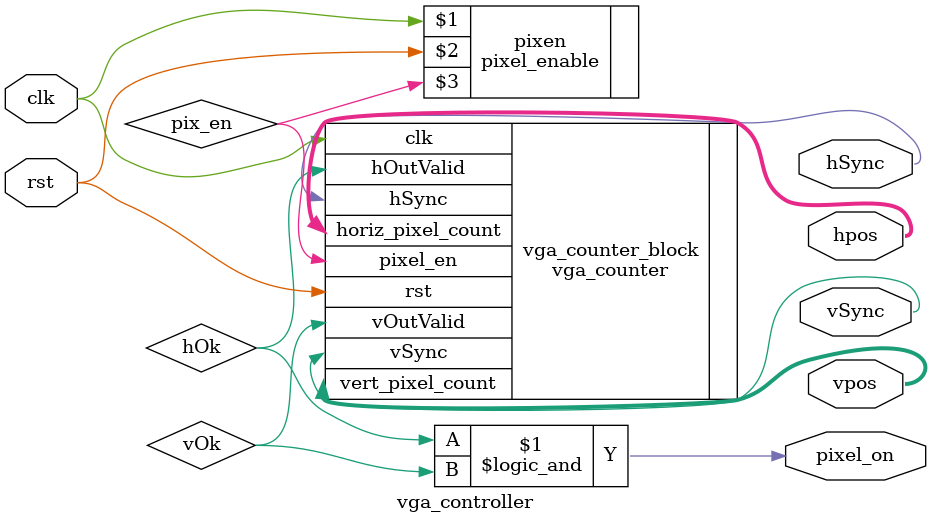
<source format=v>
`timescale 1ns / 1ps
module vga_controller(
    input clk,
    input rst,
    output hSync,
    output vSync,
	 output [9:0] hpos,
	 output [9:0] vpos,
	 output pixel_on
    );
wire hOk;
wire vOk;
reg [7:0] rgb;
pixel_enable pixen(clk, rst, pix_en);
vga_counter vga_counter_block(.clk(clk), .rst(rst), .pixel_en(pix_en), .hSync(hSync), .vSync(vSync), .horiz_pixel_count(hpos), .vert_pixel_count(vpos), .hOutValid(hOk), .vOutValid(vOk));

assign pixel_on = hOk && vOk;

endmodule

</source>
